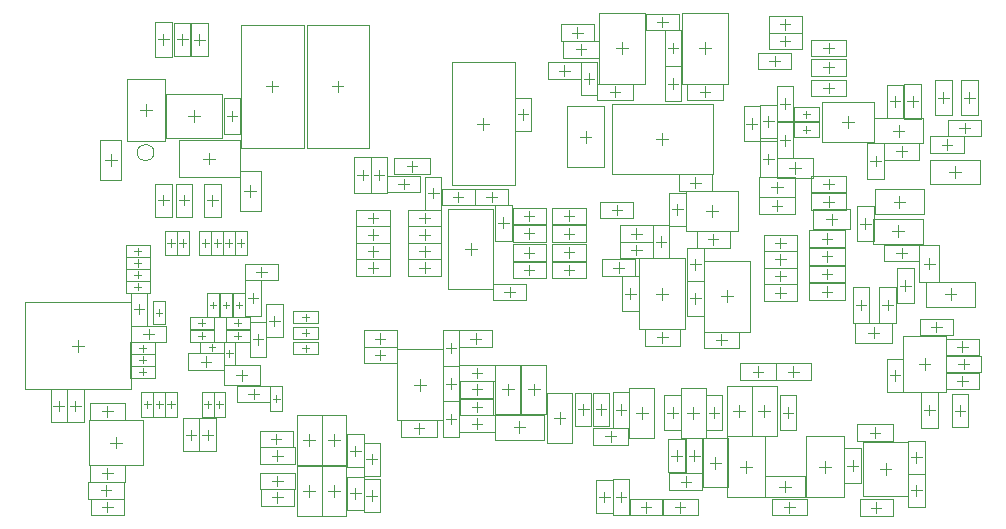
<source format=gbr>
%TF.GenerationSoftware,Altium Limited,Altium Designer,22.6.1 (34)*%
G04 Layer_Color=16711833*
%FSLAX45Y45*%
%MOMM*%
%TF.SameCoordinates,07F994AE-BB1C-4BEA-A643-928B9DFDCC76*%
%TF.FilePolarity,Positive*%
%TF.FileFunction,Other,Bottom_Courtyard*%
%TF.Part,Single*%
G01*
G75*
%TA.AperFunction,NonConductor*%
%ADD164C,0.10000*%
D164*
X1145711Y3165000D02*
G03*
X1145711Y3165000I-70711J0D01*
G01*
X3637474Y2690000D02*
X4017474D01*
X3827474Y2300000D02*
Y2400000D01*
X3777474Y2350000D02*
X3877474D01*
X4017474Y2010000D02*
Y2690000D01*
X3637474Y2010000D02*
Y2690000D01*
Y2010000D02*
X4017474D01*
X5805000Y1650000D02*
X6195000D01*
X5805000Y2250000D02*
X6195000D01*
Y1650000D02*
Y2250000D01*
X5805000Y1650000D02*
Y2250000D01*
X6000000Y1900000D02*
Y2000000D01*
X5950000Y1950000D02*
X6050000D01*
X7619998Y1375000D02*
X7719998D01*
X7489998Y1135000D02*
Y1615000D01*
X7849998Y1135000D02*
Y1615000D01*
X7489998D02*
X7849998D01*
X7489998Y1135000D02*
X7849998D01*
X7669998Y1325000D02*
Y1425000D01*
X595005Y899921D02*
X1055005D01*
Y519922D02*
Y899921D01*
X595005Y519922D02*
Y899921D01*
Y519922D02*
X1055005D01*
X775005Y709922D02*
X875005D01*
X825005Y659922D02*
Y759922D01*
X1485024Y3425000D02*
Y3525000D01*
X1435024Y3475000D02*
X1535024D01*
X1245024Y3665000D02*
X1725023D01*
X1245024Y3285000D02*
X1725023D01*
Y3665000D01*
X1245024Y3285000D02*
Y3665000D01*
X5650000Y2500000D02*
Y2840000D01*
X6090000Y2500000D02*
Y2840000D01*
X5650000Y2500000D02*
X6090000D01*
X5650000Y2840000D02*
X6090000D01*
X5820000Y2670000D02*
X5920000D01*
X5870000Y2620000D02*
Y2720000D01*
X6800000Y3595000D02*
X7240000D01*
X7020000Y3375000D02*
Y3475000D01*
X6970000Y3425000D02*
X7070000D01*
X7240000Y3255000D02*
Y3595000D01*
X6800000Y3255000D02*
Y3595000D01*
Y3255000D02*
X7240000D01*
X450000Y1530000D02*
X549999D01*
X500000Y1480000D02*
Y1580000D01*
X49999Y1160000D02*
X950000D01*
X49999D02*
Y1900000D01*
X950000D01*
Y1160000D02*
Y1900000D01*
X1910000Y2840000D02*
X2010000D01*
X1960000Y2790000D02*
Y2890000D01*
X2050000Y2670000D02*
Y3010000D01*
X1870000Y2670000D02*
Y3010000D01*
Y2670000D02*
X2050000D01*
X1870000Y3010000D02*
X2050000D01*
X3060000Y1405000D02*
Y1495000D01*
X3015000Y1450000D02*
X3105000D01*
X2920000Y1380000D02*
X3200000D01*
X2920000Y1520000D02*
X3200000D01*
X2920000Y1380000D02*
Y1520000D01*
X3200000Y1380000D02*
Y1520000D01*
X944999Y1360000D02*
Y1460000D01*
X1154999Y1360000D02*
Y1460000D01*
X944999Y1360000D02*
X1154999D01*
X944999Y1460000D02*
X1154999D01*
X1019999Y1410000D02*
X1079999D01*
X1049999Y1380000D02*
Y1440000D01*
X1890024Y1232419D02*
Y1327419D01*
X1842524Y1279919D02*
X1937524D01*
X1735024Y1364919D02*
X2045024D01*
X1735024Y1194919D02*
X2045024D01*
Y1364919D01*
X1735024Y1194919D02*
Y1364919D01*
X6772499Y3430000D02*
Y3550000D01*
X6562499Y3430000D02*
Y3550000D01*
X6772499D01*
X6562499Y3430000D02*
X6772499D01*
X6637499Y3490000D02*
X6697499D01*
X6667499Y3460000D02*
Y3520000D01*
X3670000Y2890000D02*
X4200000D01*
X3670000Y3930000D02*
X4200000D01*
Y2890000D02*
Y3930000D01*
X3670000Y2890000D02*
Y3930000D01*
X3930000Y3360000D02*
Y3460000D01*
X3880000Y3410000D02*
X3980000D01*
X4749999Y3300000D02*
X4849999D01*
X4799999Y3250000D02*
Y3350000D01*
X4959999Y3040000D02*
Y3560000D01*
X4639999Y3040000D02*
Y3560000D01*
Y3040000D02*
X4959999D01*
X4639999Y3560000D02*
X4959999D01*
X7639998Y834975D02*
Y1134975D01*
X7664998Y984975D02*
X7754998D01*
X7709998Y939975D02*
Y1029975D01*
X7779998Y834975D02*
Y1134975D01*
X7639998Y834975D02*
X7779998D01*
X7639998Y1134975D02*
X7779998D01*
X1694998Y1775000D02*
Y1975000D01*
X1644998Y1847500D02*
Y1902500D01*
X1617499Y1875000D02*
X1672499D01*
X1594999Y1775000D02*
X1694998D01*
X1594999Y1975000D02*
X1694998D01*
X1594999Y1775000D02*
Y1975000D01*
X5450000Y92500D02*
X5750000D01*
X5600000Y117500D02*
Y207500D01*
X5555000Y162500D02*
X5645000D01*
X5450000Y232500D02*
X5750000D01*
Y92500D02*
Y232500D01*
X5450000Y92500D02*
Y232500D01*
X5030000Y837500D02*
X5170000D01*
X5030000Y1137500D02*
X5170000D01*
X5030000Y837500D02*
Y1137500D01*
X5100000Y942500D02*
Y1032500D01*
X5055000Y987500D02*
X5145000D01*
X5170000Y837500D02*
Y1137500D01*
X5649999Y450000D02*
Y750000D01*
X5674999Y600000D02*
X5764999D01*
X5719999Y555000D02*
Y645000D01*
X5789999Y450000D02*
Y750000D01*
X5649999Y450000D02*
X5789999D01*
X5649999Y750000D02*
X5789999D01*
X5607524Y812500D02*
Y1112500D01*
X5492524Y962500D02*
X5582524D01*
X5537524Y917500D02*
Y1007500D01*
X5467524Y812500D02*
Y1112500D01*
X5607524D01*
X5467524Y812500D02*
X5607524D01*
X5817575D02*
Y1112500D01*
X5842576Y962500D02*
X5932575D01*
X5887575Y917500D02*
Y1007500D01*
X5957576Y812500D02*
Y1112500D01*
X5817575Y812500D02*
X5957576D01*
X5817575Y1112500D02*
X5957576D01*
X6410000Y1380000D02*
X6710000D01*
X6560000Y1265000D02*
Y1355000D01*
X6515000Y1310000D02*
X6605000D01*
X6410000Y1240000D02*
X6710000D01*
X6410000D02*
Y1380000D01*
X6710000Y1240000D02*
Y1380000D01*
X6109999Y1240000D02*
X6409999D01*
X6259999Y1265000D02*
Y1355000D01*
X6214999Y1310000D02*
X6304999D01*
X6109999Y1380000D02*
X6409999D01*
Y1240000D02*
Y1380000D01*
X6109999Y1240000D02*
Y1380000D01*
X6442499Y812500D02*
Y1112500D01*
X6467499Y962500D02*
X6557499D01*
X6512499Y917500D02*
Y1007500D01*
X6582499Y812500D02*
Y1112500D01*
X6442499Y812500D02*
X6582499D01*
X6442499Y1112500D02*
X6582499D01*
X6375000Y92500D02*
X6675000D01*
X6525000Y117500D02*
Y207500D01*
X6480000Y162500D02*
X6570000D01*
X6375000Y232500D02*
X6675000D01*
Y92500D02*
Y232500D01*
X6375000Y92500D02*
Y232500D01*
X6695000Y2507500D02*
X6995000D01*
X6845000Y2392500D02*
Y2482500D01*
X6800000Y2437500D02*
X6890000D01*
X6695000Y2367500D02*
X6995000D01*
X6695000D02*
Y2507500D01*
X6995000Y2367500D02*
Y2507500D01*
X6707499Y2820000D02*
X7007499D01*
X6857499Y2705000D02*
Y2795000D01*
X6812499Y2750000D02*
X6902499D01*
X6707499Y2680000D02*
X7007499D01*
X6707499D02*
Y2820000D01*
X7007499Y2680000D02*
Y2820000D01*
X6695000Y2207500D02*
X6995000D01*
X6845000Y2092500D02*
Y2182500D01*
X6800000Y2137500D02*
X6890000D01*
X6695000Y2067500D02*
X6995000D01*
X6695000D02*
Y2207500D01*
X6995000Y2067500D02*
Y2207500D01*
X7184974Y3244949D02*
X7324974D01*
X7184974Y2944949D02*
X7324974D01*
Y3244949D01*
X7254974Y3049949D02*
Y3139949D01*
X7209974Y3094949D02*
X7299974D01*
X7184974Y2944949D02*
Y3244949D01*
X6695000Y2357500D02*
X6995000D01*
X6845000Y2242500D02*
Y2332500D01*
X6800000Y2287500D02*
X6890000D01*
X6695000Y2217500D02*
X6995000D01*
X6695000D02*
Y2357500D01*
X6995000Y2217500D02*
Y2357500D01*
X7287499Y1725000D02*
Y2025000D01*
X7312499Y1875000D02*
X7402499D01*
X7357499Y1830000D02*
Y1920000D01*
X7427499Y1725000D02*
Y2025000D01*
X7287499Y1725000D02*
X7427499D01*
X7287499Y2025000D02*
X7427499D01*
X6707499Y2970000D02*
X7007499D01*
X6857499Y2855000D02*
Y2945000D01*
X6812499Y2900000D02*
X6902499D01*
X6707499Y2830000D02*
X7007499D01*
X6707499D02*
Y2970000D01*
X7007499Y2830000D02*
Y2970000D01*
X6695000Y2057500D02*
X6995000D01*
X6845000Y1942500D02*
Y2032500D01*
X6800000Y1987500D02*
X6890000D01*
X6695000Y1917500D02*
X6995000D01*
X6695000D02*
Y2057500D01*
X6995000Y1917500D02*
Y2057500D01*
X7979999Y3480000D02*
Y3780000D01*
X8004999Y3630000D02*
X8094999D01*
X8049999Y3585000D02*
Y3675000D01*
X8119999Y3480000D02*
Y3780000D01*
X7979999Y3480000D02*
X8119999D01*
X7979999Y3780000D02*
X8119999D01*
X7325000Y2384924D02*
X7624999D01*
X7475000Y2269924D02*
Y2359923D01*
X7430000Y2314923D02*
X7519999D01*
X7325000Y2244923D02*
X7624999D01*
X7325000D02*
Y2384924D01*
X7624999Y2244923D02*
Y2384924D01*
X7325000Y3244949D02*
X7624999D01*
X7475000Y3129949D02*
Y3219949D01*
X7430000Y3174949D02*
X7519999D01*
X7325000Y3104949D02*
X7624999D01*
X7325000D02*
Y3244949D01*
X7624999Y3104949D02*
Y3244949D01*
X6707499Y3817500D02*
X7007499D01*
X6857499Y3842500D02*
Y3932500D01*
X6812499Y3887500D02*
X6902499D01*
X6707499Y3957500D02*
X7007499D01*
Y3817500D02*
Y3957500D01*
X6707499Y3817500D02*
Y3957500D01*
X7760000Y3780000D02*
X7900000D01*
X7760000Y3480000D02*
X7900000D01*
Y3780000D01*
X7830000Y3585000D02*
Y3675000D01*
X7785000Y3630000D02*
X7875000D01*
X7760000Y3480000D02*
Y3780000D01*
X7100000Y2712500D02*
X7240000D01*
X7100000Y2412500D02*
X7240000D01*
Y2712500D01*
X7170000Y2517500D02*
Y2607500D01*
X7125000Y2562500D02*
X7215000D01*
X7100000Y2412500D02*
Y2712500D01*
X6707499Y3642500D02*
X7007499D01*
X6857499Y3667500D02*
Y3757500D01*
X6812499Y3712500D02*
X6902499D01*
X6707499Y3782500D02*
X7007499D01*
Y3642500D02*
Y3782500D01*
X6707499Y3642500D02*
Y3782500D01*
Y3980000D02*
X7007499D01*
X6857499Y4005000D02*
Y4095000D01*
X6812499Y4050000D02*
X6902499D01*
X6707499Y4120000D02*
X7007499D01*
Y3980000D02*
Y4120000D01*
X6707499Y3980000D02*
Y4120000D01*
X7639999Y3450000D02*
Y3750000D01*
X7524999Y3600000D02*
X7614999D01*
X7569999Y3555000D02*
Y3645000D01*
X7499999Y3450000D02*
Y3750000D01*
X7639999D01*
X7499999Y3450000D02*
X7639999D01*
X2439999Y3205000D02*
X2969999D01*
X2439999Y4245000D02*
X2969999D01*
Y3205000D02*
Y4245000D01*
X2439999Y3205000D02*
Y4245000D01*
X2699999Y3675000D02*
Y3775000D01*
X2650000Y3725000D02*
X2749999D01*
X1154998Y3975000D02*
Y4275000D01*
X1179999Y4125000D02*
X1269998D01*
X1224999Y4080000D02*
Y4170000D01*
X1294999Y3975000D02*
Y4275000D01*
X1154998Y3975000D02*
X1294999D01*
X1154998Y4275000D02*
X1294999D01*
X6775024Y505000D02*
X6875023D01*
X6825023Y455000D02*
Y555000D01*
X6665023Y245000D02*
Y765000D01*
X6985023Y245000D02*
Y765000D01*
X6665023D02*
X6985023D01*
X6665023Y245000D02*
X6985023D01*
X6990049Y365000D02*
Y665000D01*
X7015049Y515000D02*
X7105049D01*
X7060049Y470000D02*
Y560000D01*
X7130049Y365000D02*
Y665000D01*
X6990049Y365000D02*
X7130049D01*
X6990049Y665000D02*
X7130049D01*
X7099998Y865025D02*
X7399998D01*
X7249998Y750025D02*
Y840025D01*
X7204999Y795025D02*
X7294998D01*
X7099998Y725025D02*
X7399998D01*
X7099998D02*
Y865025D01*
X7399998Y725025D02*
Y865025D01*
X1885075Y3205000D02*
X2415075D01*
X1885075Y4245000D02*
X2415075D01*
Y3205000D02*
Y4245000D01*
X1885075Y3205000D02*
Y4245000D01*
X2145075Y3675000D02*
Y3775000D01*
X2095075Y3725000D02*
X2195075D01*
X1735049Y3325000D02*
Y3625000D01*
X1760049Y3475000D02*
X1850049D01*
X1805049Y3430000D02*
Y3520000D01*
X1875049Y3325000D02*
Y3625000D01*
X1735049Y3325000D02*
X1875049D01*
X1735049Y3625000D02*
X1875049D01*
X2039999Y315026D02*
X2339999D01*
X2189999Y340026D02*
Y430026D01*
X2144999Y385026D02*
X2234999D01*
X2039999Y455026D02*
X2339999D01*
Y315026D02*
Y455026D01*
X2039999Y315026D02*
Y455026D01*
Y530000D02*
X2339999D01*
X2189999Y555000D02*
Y645000D01*
X2144999Y600000D02*
X2234999D01*
X2039999Y670000D02*
X2339999D01*
Y530000D02*
Y670000D01*
X2039999Y530000D02*
Y670000D01*
X5030000Y100000D02*
X5170000D01*
X5030000Y400000D02*
X5170000D01*
X5030000Y100000D02*
Y400000D01*
X5100000Y205000D02*
Y295000D01*
X5055000Y250000D02*
X5145000D01*
X5170000Y100000D02*
Y400000D01*
X4862500Y692500D02*
X5162500D01*
X5012500Y717500D02*
Y807500D01*
X4967500Y762500D02*
X5057500D01*
X4862500Y832500D02*
X5162500D01*
Y692500D02*
Y832500D01*
X4862500Y692500D02*
Y832500D01*
X3240000Y760000D02*
X3540000D01*
X3390000Y785000D02*
Y875000D01*
X3345000Y830000D02*
X3435000D01*
X3240000Y900000D02*
X3540000D01*
Y760000D02*
Y900000D01*
X3240000Y760000D02*
Y900000D01*
X3589999Y1660000D02*
X3730000D01*
X3589999Y1360000D02*
X3730000D01*
Y1660000D01*
X3660000Y1465000D02*
Y1555000D01*
X3615000Y1510000D02*
X3704999D01*
X3589999Y1360000D02*
Y1660000D01*
Y1060000D02*
X3730000D01*
X3589999Y1360000D02*
X3730000D01*
X3589999Y1060000D02*
Y1360000D01*
X3660000Y1165000D02*
Y1255000D01*
X3615000Y1210000D02*
X3704999D01*
X3730000Y1060000D02*
Y1360000D01*
X3590000Y760000D02*
Y1060000D01*
X3615000Y910000D02*
X3705000D01*
X3660000Y865000D02*
Y955000D01*
X3730000Y760000D02*
Y1060000D01*
X3590000Y760000D02*
X3730000D01*
X3590000Y1060000D02*
X3730000D01*
X3730076Y1370000D02*
X4030076D01*
X3880076Y1255000D02*
Y1345000D01*
X3835076Y1300000D02*
X3925075D01*
X3730076Y1230000D02*
X4030076D01*
X3730076D02*
Y1370000D01*
X4030076Y1230000D02*
Y1370000D01*
X3730000Y940000D02*
X4030000D01*
X3880000Y825000D02*
Y915000D01*
X3835000Y870000D02*
X3925000D01*
X3730000Y800000D02*
X4030000D01*
X3730000D02*
Y940000D01*
X4030000Y800000D02*
Y940000D01*
X2982525Y2825052D02*
Y3125052D01*
X3007526Y2975052D02*
X3097525D01*
X3052526Y2930052D02*
Y3020052D01*
X3122526Y2825052D02*
Y3125052D01*
X2982525Y2825052D02*
X3122526D01*
X2982525Y3125052D02*
X3122526D01*
X2842500Y2825052D02*
X2982501D01*
X2842500Y3125052D02*
X2982501D01*
X2842500Y2825052D02*
Y3125052D01*
X2912500Y2930052D02*
Y3020052D01*
X2867500Y2975052D02*
X2957500D01*
X2982501Y2825052D02*
Y3125052D01*
X3480000Y2980000D02*
Y3120000D01*
X3180000Y2980000D02*
Y3120000D01*
Y2980000D02*
X3480000D01*
X3285000Y3050000D02*
X3375000D01*
X3330000Y3005000D02*
Y3095000D01*
X3180000Y3120000D02*
X3480000D01*
X7437500Y1887500D02*
X7577500D01*
X7437500Y2187500D02*
X7577500D01*
X7437500Y1887500D02*
Y2187500D01*
X7507500Y1992500D02*
Y2082500D01*
X7462500Y2037500D02*
X7552500D01*
X7577500Y1887500D02*
Y2187500D01*
X6270000Y2644975D02*
X6570000D01*
X6420000Y2669975D02*
Y2759975D01*
X6375000Y2714975D02*
X6465000D01*
X6270000Y2784975D02*
X6570000D01*
Y2644975D02*
Y2784975D01*
X6270000Y2644975D02*
Y2784975D01*
X7062500Y1725000D02*
X7202500D01*
X7062500Y2025000D02*
X7202500D01*
X7062500Y1725000D02*
Y2025000D01*
X7132500Y1830000D02*
Y1920000D01*
X7087500Y1875000D02*
X7177500D01*
X7202500Y1725000D02*
Y2025000D01*
X6277475Y2960000D02*
X6417475D01*
X6277475Y3260000D02*
X6417475D01*
X6277475Y2960000D02*
Y3260000D01*
X6347475Y3065000D02*
Y3155000D01*
X6302475Y3110000D02*
X6392475D01*
X6417475Y2960000D02*
Y3260000D01*
X1240000Y1710000D02*
Y1910000D01*
X1140000Y1710000D02*
X1240000D01*
X1140000Y1910000D02*
X1240000D01*
X1162500Y1810000D02*
X1217500D01*
X1190000Y1782500D02*
Y1837500D01*
X1140000Y1710000D02*
Y1910000D01*
X1735046Y1364944D02*
Y1564945D01*
X1785045Y1437445D02*
Y1492445D01*
X1757545Y1464944D02*
X1812545D01*
X1735046Y1564945D02*
X1835045D01*
X1735046Y1364944D02*
X1835045D01*
Y1564945D01*
X1534999Y1465000D02*
X1735000D01*
X1607499Y1515000D02*
X1662499D01*
X1635000Y1487500D02*
Y1542500D01*
X1534999Y1465000D02*
Y1565000D01*
X1735000Y1465000D02*
Y1565000D01*
X1534999D02*
X1735000D01*
X1434998Y1465000D02*
X1734998D01*
X1584998Y1350000D02*
Y1440000D01*
X1539998Y1395000D02*
X1629998D01*
X1434998Y1325000D02*
X1734998D01*
X1434998D02*
Y1465000D01*
X1734998Y1325000D02*
Y1465000D01*
X1755000Y1565000D02*
X1955000D01*
X1827500Y1615000D02*
X1882499D01*
X1855000Y1587500D02*
Y1642500D01*
X1755000Y1565000D02*
Y1665000D01*
X1955000Y1565000D02*
Y1665000D01*
X1755000D02*
X1955000D01*
X1755000Y1675000D02*
X1955000D01*
X1827500Y1725000D02*
X1882499D01*
X1855000Y1697500D02*
Y1752500D01*
X1755000Y1675000D02*
Y1775000D01*
X1955000Y1675000D02*
Y1775000D01*
X1755000D02*
X1955000D01*
X1955025Y1734975D02*
X2095025D01*
X1955025Y1434975D02*
X2095025D01*
Y1734975D01*
X2025025Y1539975D02*
Y1629975D01*
X1980025Y1584975D02*
X2070025D01*
X1955025Y1434975D02*
Y1734975D01*
X1914998Y1775000D02*
Y1975000D01*
X1864999Y1847500D02*
Y1902500D01*
X1837499Y1875000D02*
X1892499D01*
X1814999Y1775000D02*
X1914998D01*
X1814999Y1975000D02*
X1914998D01*
X1814999Y1775000D02*
Y1975000D01*
X1705000Y1775000D02*
Y1975000D01*
X1804999D01*
X1705000Y1775000D02*
X1804999D01*
X1727500Y1875000D02*
X1782500D01*
X1755000Y1847500D02*
Y1902500D01*
X1804999Y1775000D02*
Y1975000D01*
X1449999Y1665000D02*
X1649999D01*
X1522500Y1615000D02*
X1577500D01*
X1549999Y1587501D02*
Y1642500D01*
X1649999Y1565000D02*
Y1665000D01*
X1449999Y1565000D02*
Y1665000D01*
Y1565000D02*
X1649999D01*
X1449999Y1775000D02*
X1649999D01*
X1522500Y1725000D02*
X1577500D01*
X1549999Y1697500D02*
Y1752500D01*
X1649999Y1675000D02*
Y1775000D01*
X1449999Y1675000D02*
Y1775000D01*
Y1675000D02*
X1649999D01*
X1915024Y1785000D02*
Y2085000D01*
X1940024Y1935000D02*
X2030024D01*
X1985024Y1890000D02*
Y1980000D01*
X2055024Y1785000D02*
Y2085000D01*
X1915024Y1785000D02*
X2055024D01*
X1915024Y2085000D02*
X2055024D01*
X599999Y1045000D02*
X899999D01*
X749999Y930000D02*
Y1020000D01*
X704999Y975000D02*
X794999D01*
X599999Y905000D02*
X899999D01*
X599999D02*
Y1045000D01*
X899999Y905000D02*
Y1045000D01*
X949999Y1700000D02*
X1249999D01*
X1099999Y1585000D02*
Y1675000D01*
X1054999Y1630000D02*
X1144999D01*
X949999Y1560000D02*
X1249999D01*
X949999D02*
Y1700000D01*
X1249999Y1560000D02*
Y1700000D01*
X589999Y235000D02*
X889999D01*
X739999Y260000D02*
Y350000D01*
X694999Y305000D02*
X784999D01*
X589999Y375000D02*
X889999D01*
Y235000D02*
Y375000D01*
X589999Y235000D02*
Y375000D01*
X599999Y519897D02*
X899998D01*
X749998Y404897D02*
Y494896D01*
X704999Y449896D02*
X794998D01*
X599999Y379896D02*
X899998D01*
X599999D02*
Y519897D01*
X899998Y379896D02*
Y519897D01*
X4033125Y2720625D02*
X4173125D01*
X4033125Y2420625D02*
X4173125D01*
Y2720625D01*
X4103125Y2525625D02*
Y2615625D01*
X4058125Y2570625D02*
X4148125D01*
X4033125Y2420625D02*
Y2720625D01*
X5470000Y3600000D02*
X5610000D01*
X5470000Y3900000D02*
X5610000D01*
X5470000Y3600000D02*
Y3900000D01*
X5540000Y3705000D02*
Y3795000D01*
X5495000Y3750000D02*
X5585000D01*
X5610000Y3600000D02*
Y3900000D01*
X6137475Y3260000D02*
X6277475D01*
X6137475Y3560000D02*
X6277475D01*
X6137475Y3260000D02*
Y3560000D01*
X6207475Y3365000D02*
Y3455000D01*
X6162475Y3410000D02*
X6252475D01*
X6277475Y3260000D02*
Y3560000D01*
X6417500Y3430000D02*
X6557500D01*
X6417500Y3730000D02*
X6557500D01*
X6417500Y3430000D02*
Y3730000D01*
X6487500Y3535000D02*
Y3625000D01*
X6442500Y3580000D02*
X6532500D01*
X6557500Y3430000D02*
Y3730000D01*
X6417500Y3420000D02*
X6557500D01*
X6417500Y3120000D02*
X6557500D01*
Y3420000D01*
X6487500Y3225000D02*
Y3315000D01*
X6442500Y3270000D02*
X6532500D01*
X6417500Y3120000D02*
Y3420000D01*
X4900000Y3610000D02*
X5200000D01*
X5050000Y3635000D02*
Y3725000D01*
X5005000Y3680000D02*
X5095000D01*
X4900000Y3750000D02*
X5200000D01*
Y3610000D02*
Y3750000D01*
X4900000Y3610000D02*
Y3750000D01*
X5470000Y3900000D02*
Y4200000D01*
X5495000Y4050000D02*
X5585000D01*
X5540000Y4005000D02*
Y4095000D01*
X5610000Y3900000D02*
Y4200000D01*
X5470000Y3900000D02*
X5610000D01*
X5470000Y4200000D02*
X5610000D01*
X4609999Y4110000D02*
X4909999D01*
X4759999Y3995000D02*
Y4085000D01*
X4714999Y4040000D02*
X4804999D01*
X4609999Y3970000D02*
X4909999D01*
X4609999D02*
Y4110000D01*
X4909999Y3970000D02*
Y4110000D01*
X5660000Y3610000D02*
X5960000D01*
X5810000Y3635000D02*
Y3725000D01*
X5765000Y3680000D02*
X5855000D01*
X5660000Y3750000D02*
X5960000D01*
Y3610000D02*
Y3750000D01*
X5660000Y3610000D02*
Y3750000D01*
X5800000Y1510000D02*
X6100000D01*
X5950000Y1535000D02*
Y1625000D01*
X5905000Y1580000D02*
X5995000D01*
X5800000Y1650000D02*
X6100000D01*
Y1510000D02*
Y1650000D01*
X5800000Y1510000D02*
Y1650000D01*
X5300000Y1530000D02*
Y1670000D01*
X5600000Y1530000D02*
Y1670000D01*
X5300000D02*
X5600000D01*
X5405000Y1600000D02*
X5495000D01*
X5450000Y1555000D02*
Y1645000D01*
X5300000Y1530000D02*
X5600000D01*
X5110000Y1820000D02*
Y2120000D01*
X5135000Y1970000D02*
X5225000D01*
X5180000Y1925000D02*
Y2015000D01*
X5250000Y1820000D02*
Y2120000D01*
X5110000Y1820000D02*
X5250000D01*
X5110000Y2120000D02*
X5250000D01*
X5660000Y1780000D02*
Y2080000D01*
X5685000Y1930000D02*
X5775000D01*
X5730000Y1885000D02*
Y1975000D01*
X5800000Y1780000D02*
Y2080000D01*
X5660000Y1780000D02*
X5800000D01*
X5660000Y2080000D02*
X5800000D01*
X7850023Y1445759D02*
X8150023D01*
X8000023Y1330759D02*
Y1420759D01*
X7955023Y1375759D02*
X8045023D01*
X7850023Y1305759D02*
X8150023D01*
X7850023D02*
Y1445759D01*
X8150023Y1305759D02*
Y1445759D01*
X5225026Y962500D02*
X5325025D01*
X5275026Y912500D02*
Y1012500D01*
X5380026Y752500D02*
Y1172500D01*
X5170025Y752500D02*
Y1172500D01*
Y752500D02*
X5380026D01*
X5170025Y1172500D02*
X5380026D01*
X5794999Y330000D02*
X6004999D01*
X5794999Y750000D02*
X6004999D01*
Y330000D02*
Y750000D01*
X5794999Y330000D02*
Y750000D01*
X5899999Y490000D02*
Y590000D01*
X5849999Y540000D02*
X5949999D01*
X5607550Y1172500D02*
X5817550D01*
X5607550Y752500D02*
X5817550D01*
X5607550D02*
Y1172500D01*
X5817550Y752500D02*
Y1172500D01*
X5712550Y912500D02*
Y1012500D01*
X5662550Y962500D02*
X5762550D01*
X5994999Y1185000D02*
X6204999D01*
X5994999Y765000D02*
X6204999D01*
X5994999D02*
Y1185000D01*
X6204999Y765000D02*
Y1185000D01*
X6099999Y925000D02*
Y1025000D01*
X6049999Y975000D02*
X6149999D01*
X6207499Y1185000D02*
X6417499D01*
X6207499Y765000D02*
X6417499D01*
X6207499D02*
Y1185000D01*
X6417499Y765000D02*
Y1185000D01*
X6312499Y925000D02*
Y1025000D01*
X6262499Y975000D02*
X6362499D01*
X7719999Y2895000D02*
Y3105000D01*
X8139999Y2895000D02*
Y3105000D01*
X7719999Y2895000D02*
X8139999D01*
X7719999Y3105000D02*
X8139999D01*
X7879999Y3000000D02*
X7979999D01*
X7929999Y2950000D02*
Y3050000D01*
X7679999Y1859974D02*
Y2069974D01*
X8100000Y1859974D02*
Y2069974D01*
X7679999Y1859974D02*
X8100000D01*
X7679999Y2069974D02*
X8100000D01*
X7840000Y1964974D02*
X7939999D01*
X7889999Y1914974D02*
Y2014974D01*
X7655000Y2395000D02*
Y2605000D01*
X7235000Y2395000D02*
Y2605000D01*
X7655000D01*
X7235000Y2395000D02*
X7655000D01*
X7395000Y2500000D02*
X7495000D01*
X7445000Y2450000D02*
Y2550000D01*
X7660000Y3244975D02*
Y3454975D01*
X7239999Y3244975D02*
Y3454975D01*
X7660000D01*
X7239999Y3244975D02*
X7660000D01*
X7400000Y3349975D02*
X7499999D01*
X7450000Y3299975D02*
Y3399975D01*
X7667499Y2645000D02*
Y2855000D01*
X7247499Y2645000D02*
Y2855000D01*
X7667499D01*
X7247499Y2645000D02*
X7667499D01*
X7407499Y2750000D02*
X7507499D01*
X7457499Y2700000D02*
Y2800000D01*
X2410000Y300000D02*
X2510000D01*
X2460000Y250000D02*
Y350000D01*
X2565000Y90000D02*
Y510000D01*
X2355000Y90000D02*
Y510000D01*
Y90000D02*
X2565000D01*
X2355000Y510000D02*
X2565000D01*
X2620000Y300000D02*
X2720000D01*
X2670000Y250000D02*
Y350000D01*
X2565000Y90000D02*
Y510000D01*
X2775000Y90000D02*
Y510000D01*
X2565000D02*
X2775000D01*
X2565000Y90000D02*
X2775000D01*
X2410000Y730000D02*
X2510000D01*
X2460000Y680000D02*
Y780000D01*
X2355000Y520000D02*
Y940000D01*
X2565000Y520000D02*
Y940000D01*
X2355000D02*
X2565000D01*
X2355000Y520000D02*
X2565000D01*
X2620000Y730000D02*
X2720000D01*
X2670000Y680000D02*
Y780000D01*
X2775000Y520000D02*
Y940000D01*
X2565000Y520000D02*
Y940000D01*
Y520000D02*
X2775000D01*
X2565000Y940000D02*
X2775000D01*
X4254999Y950000D02*
X4464999D01*
X4254999Y1370000D02*
X4464999D01*
Y950000D02*
Y1370000D01*
X4254999Y950000D02*
Y1370000D01*
X4359999Y1110000D02*
Y1210000D01*
X4309999Y1160000D02*
X4409999D01*
X4529999Y920000D02*
X4629999D01*
X4579999Y870000D02*
Y970000D01*
X4684999Y710000D02*
Y1130000D01*
X4474999Y710000D02*
Y1130000D01*
Y710000D02*
X4684999D01*
X4474999Y1130000D02*
X4684999D01*
X4090000Y1160000D02*
X4190000D01*
X4140000Y1110000D02*
Y1210000D01*
X4245000Y950000D02*
Y1370000D01*
X4035000Y950000D02*
Y1370000D01*
Y950000D02*
X4245000D01*
X4035000Y1370000D02*
X4245000D01*
X4030076Y735000D02*
Y945000D01*
X4450076Y735000D02*
Y945000D01*
X4030076Y735000D02*
X4450076D01*
X4030076Y945000D02*
X4450076D01*
X4190076Y840000D02*
X4290076D01*
X4240076Y790000D02*
Y890000D01*
X7239999Y1592475D02*
Y1687474D01*
X7192499Y1639974D02*
X7287499D01*
X7084999Y1724974D02*
X7394999D01*
X7084999Y1554975D02*
X7394999D01*
Y1724974D01*
X7084999Y1554975D02*
Y1724974D01*
X6420000Y2822500D02*
Y2917500D01*
X6372500Y2870000D02*
X6467500D01*
X6265000Y2785000D02*
X6575000D01*
X6265000Y2955000D02*
X6575000D01*
X6265000Y2785000D02*
Y2955000D01*
X6575000Y2785000D02*
Y2955000D01*
X7625024Y2070000D02*
X7795024D01*
X7625024Y2380000D02*
X7795024D01*
Y2070000D02*
Y2380000D01*
X7625024Y2070000D02*
Y2380000D01*
X7710024Y2177500D02*
Y2272500D01*
X7662524Y2225000D02*
X7757524D01*
X6772499Y3300000D02*
Y3420000D01*
X6562499Y3300000D02*
Y3420000D01*
X6772499D01*
X6562499Y3300000D02*
X6772499D01*
X6637499Y3360000D02*
X6697499D01*
X6667499Y3330000D02*
Y3390000D01*
X6882500Y2552500D02*
Y2647500D01*
X6835000Y2600000D02*
X6930000D01*
X6727500Y2685000D02*
X7037500D01*
X6727500Y2515000D02*
X7037500D01*
Y2685000D01*
X6727500Y2515000D02*
Y2685000D01*
X6572500Y2987475D02*
Y3082475D01*
X6525000Y3034975D02*
X6620000D01*
X6417500Y3119975D02*
X6727500D01*
X6417500Y2949975D02*
X6727500D01*
Y3119975D01*
X6417500Y2949975D02*
Y3119975D01*
X6449999Y1934923D02*
Y2024923D01*
X6404999Y1979923D02*
X6494999D01*
X6309999Y1909923D02*
X6589999D01*
X6309999Y2049923D02*
X6589999D01*
X6309999Y1909923D02*
Y2049923D01*
X6589999Y1909923D02*
Y2049923D01*
X6449999Y2074949D02*
Y2164949D01*
X6404999Y2119949D02*
X6494999D01*
X6309999Y2049949D02*
X6589999D01*
X6309999Y2189949D02*
X6589999D01*
X6309999Y2049949D02*
Y2189949D01*
X6589999Y2049949D02*
Y2189949D01*
X6449999Y2214974D02*
Y2304974D01*
X6404999Y2259974D02*
X6494999D01*
X6309999Y2189974D02*
X6589999D01*
X6309999Y2329975D02*
X6589999D01*
X6309999Y2189974D02*
Y2329975D01*
X6589999Y2189974D02*
Y2329975D01*
X6449999Y2355000D02*
Y2445000D01*
X6404999Y2400000D02*
X6494999D01*
X6309999Y2330000D02*
X6589999D01*
X6309999Y2470000D02*
X6589999D01*
X6309999Y2330000D02*
Y2470000D01*
X6589999Y2330000D02*
Y2470000D01*
X6489999Y4065000D02*
Y4155000D01*
X6444999Y4110000D02*
X6534999D01*
X6349999Y4180000D02*
X6629999D01*
X6349999Y4040000D02*
X6629999D01*
Y4180000D01*
X6349999Y4040000D02*
Y4180000D01*
X6489999Y4205000D02*
Y4295000D01*
X6444999Y4250000D02*
X6534999D01*
X6349999Y4320000D02*
X6629999D01*
X6349999Y4180000D02*
X6629999D01*
Y4320000D01*
X6349999Y4180000D02*
Y4320000D01*
X6400000Y3895000D02*
Y3985000D01*
X6355000Y3940000D02*
X6445000D01*
X6260000Y3870000D02*
X6540000D01*
X6260000Y4010000D02*
X6540000D01*
X6260000Y3870000D02*
Y4010000D01*
X6540000Y3870000D02*
Y4010000D01*
X7350000Y3740000D02*
X7490000D01*
X7350000Y3460000D02*
X7490000D01*
X7350000D02*
Y3740000D01*
X7490000Y3460000D02*
Y3740000D01*
X7420000Y3555000D02*
Y3645000D01*
X7375000Y3600000D02*
X7465000D01*
X1340024Y4125000D02*
X1430024D01*
X1385024Y4080000D02*
Y4170000D01*
X1315024Y3985000D02*
Y4265000D01*
X1455024Y3985000D02*
Y4265000D01*
X1315024D02*
X1455024D01*
X1315024Y3985000D02*
X1455024D01*
X1485000Y4120000D02*
X1575000D01*
X1530000Y4075000D02*
Y4165000D01*
X1600000Y3980000D02*
Y4260000D01*
X1460000Y3980000D02*
Y4260000D01*
Y3980000D02*
X1600000D01*
X1460000Y4260000D02*
X1600000D01*
X7530025Y165000D02*
X7670025D01*
X7530025Y445000D02*
X7670025D01*
Y165000D02*
Y445000D01*
X7530025Y165000D02*
Y445000D01*
X7600025Y260000D02*
Y350000D01*
X7555025Y305000D02*
X7645025D01*
X7530025Y725025D02*
X7670025D01*
X7530025Y445026D02*
X7670025D01*
X7530025D02*
Y725025D01*
X7670025Y445026D02*
Y725025D01*
X7600025Y540026D02*
Y630026D01*
X7555025Y585025D02*
X7645025D01*
X6487499Y287500D02*
Y387500D01*
X6437499Y337500D02*
X6537499D01*
X6317499Y247500D02*
X6657499D01*
X6317499Y427500D02*
X6657499D01*
X6317499Y247500D02*
Y427500D01*
X6657499Y247500D02*
Y427500D01*
X7259999Y115000D02*
Y205000D01*
X7214999Y160000D02*
X7304999D01*
X7119999Y230000D02*
X7399999D01*
X7119999Y90000D02*
X7399999D01*
Y230000D01*
X7119999Y90000D02*
Y230000D01*
X730000Y3100000D02*
X830000D01*
X780000Y3050000D02*
Y3150000D01*
X690000Y2930000D02*
Y3270000D01*
X870000Y2930000D02*
Y3270000D01*
X690000D02*
X870000D01*
X690000Y2930000D02*
X870000D01*
X2920000Y120000D02*
X3060000D01*
X2920000Y400000D02*
X3060000D01*
Y120000D02*
Y400000D01*
X2920000Y120000D02*
Y400000D01*
X2990000Y215000D02*
Y305000D01*
X2945000Y260000D02*
X3035000D01*
X2189999Y200000D02*
Y290000D01*
X2144999Y245000D02*
X2234999D01*
X2049999Y175000D02*
X2329999D01*
X2049999Y315000D02*
X2329999D01*
X2049999Y175000D02*
Y315000D01*
X2329999Y175000D02*
Y315000D01*
X2780000Y420000D02*
X2920000D01*
X2780000Y140000D02*
X2920000D01*
X2780000D02*
Y420000D01*
X2920000Y140000D02*
Y420000D01*
X2850000Y235000D02*
Y325000D01*
X2805000Y280000D02*
X2895000D01*
X2944999Y570000D02*
X3034999D01*
X2989999Y525000D02*
Y615000D01*
X3059999Y430000D02*
Y710000D01*
X2919999Y430000D02*
Y710000D01*
Y430000D02*
X3059999D01*
X2919999Y710000D02*
X3059999D01*
X2179999Y695000D02*
Y785000D01*
X2134999Y740000D02*
X2224999D01*
X2039999Y670000D02*
X2319999D01*
X2039999Y810000D02*
X2319999D01*
X2039999Y670000D02*
Y810000D01*
X2319999Y670000D02*
Y810000D01*
X2780000Y500000D02*
X2920000D01*
X2780000Y780000D02*
X2920000D01*
Y500000D02*
Y780000D01*
X2780000Y500000D02*
Y780000D01*
X2850000Y595000D02*
Y685000D01*
X2805000Y640000D02*
X2895000D01*
X4889974Y110000D02*
X5029974D01*
X4889974Y390000D02*
X5029974D01*
Y110000D02*
Y390000D01*
X4889974Y110000D02*
Y390000D01*
X4959974Y205000D02*
Y295000D01*
X4914974Y250000D02*
X5004974D01*
X4710000Y850000D02*
X4850000D01*
X4710000Y1130000D02*
X4850000D01*
Y850000D02*
Y1130000D01*
X4710000Y850000D02*
Y1130000D01*
X4780000Y945000D02*
Y1035000D01*
X4735000Y990000D02*
X4825000D01*
X5312500Y117500D02*
Y207500D01*
X5267500Y162500D02*
X5357500D01*
X5172500Y92500D02*
X5452500D01*
X5172500Y232500D02*
X5452500D01*
X5172500Y92500D02*
Y232500D01*
X5452500Y92500D02*
Y232500D01*
X4884999Y990000D02*
X4974999D01*
X4929999Y945000D02*
Y1035000D01*
X4999999Y850000D02*
Y1130000D01*
X4859999Y850000D02*
Y1130000D01*
Y850000D02*
X4999999D01*
X4859999Y1130000D02*
X4999999D01*
X3059999Y1545000D02*
Y1635000D01*
X3014999Y1590000D02*
X3104999D01*
X2919999Y1660000D02*
X3199999D01*
X2919999Y1520000D02*
X3199999D01*
Y1660000D01*
X2919999Y1520000D02*
Y1660000D01*
X3869999Y1545000D02*
Y1635000D01*
X3824999Y1590000D02*
X3915000D01*
X3729999Y1520000D02*
X4009999D01*
X3729999Y1660000D02*
X4009999D01*
X3729999Y1520000D02*
Y1660000D01*
X4009999Y1520000D02*
Y1660000D01*
X3879999Y965000D02*
Y1055000D01*
X3834999Y1010000D02*
X3924999D01*
X3739999Y1080000D02*
X4019999D01*
X3739999Y940000D02*
X4019999D01*
Y1080000D01*
X3739999Y940000D02*
Y1080000D01*
X5650000Y335000D02*
Y425000D01*
X5605000Y380000D02*
X5695000D01*
X5510000Y450000D02*
X5790000D01*
X5510000Y310000D02*
X5790000D01*
Y450000D01*
X5510000Y310000D02*
Y450000D01*
X3880000Y1114974D02*
Y1204974D01*
X3834999Y1159974D02*
X3925000D01*
X3740000Y1229974D02*
X4020000D01*
X3740000Y1089974D02*
X4020000D01*
Y1229974D01*
X3740000Y1089974D02*
Y1229974D01*
X7860000Y3187314D02*
Y3277314D01*
X7815000Y3232314D02*
X7905000D01*
X7720000Y3162314D02*
X7999999D01*
X7720000Y3302314D02*
X7999999D01*
X7720000Y3162314D02*
Y3302314D01*
X7999999Y3162314D02*
Y3302314D01*
X8009998Y3327340D02*
Y3417340D01*
X7964999Y3372340D02*
X8054999D01*
X7869998Y3302340D02*
X8149998D01*
X7869998Y3442340D02*
X8149998D01*
X7869998Y3302340D02*
Y3442340D01*
X8149998Y3302340D02*
Y3442340D01*
X5500000Y740000D02*
X5640000D01*
X5500000Y460000D02*
X5640000D01*
X5500000D02*
Y740000D01*
X5640000Y460000D02*
Y740000D01*
X5570000Y555000D02*
Y645000D01*
X5525000Y600000D02*
X5615000D01*
X4660000Y2125000D02*
Y2215000D01*
X4615000Y2170000D02*
X4705000D01*
X4520000Y2100000D02*
X4800000D01*
X4520000Y2240000D02*
X4800000D01*
X4520000Y2100000D02*
Y2240000D01*
X4800000Y2100000D02*
Y2240000D01*
X4660000Y2435000D02*
Y2525000D01*
X4615000Y2480000D02*
X4705000D01*
X4520000Y2410000D02*
X4800000D01*
X4520000Y2550000D02*
X4800000D01*
X4520000Y2410000D02*
Y2550000D01*
X4800000Y2410000D02*
Y2550000D01*
X3000000Y2565000D02*
Y2655000D01*
X2955000Y2610000D02*
X3045000D01*
X2860000Y2680000D02*
X3140000D01*
X2860000Y2540000D02*
X3140000D01*
Y2680000D01*
X2860000Y2540000D02*
Y2680000D01*
X3000000Y2285000D02*
Y2375000D01*
X2955000Y2330000D02*
X3045000D01*
X2860000Y2400000D02*
X3140000D01*
X2860000Y2260000D02*
X3140000D01*
Y2400000D01*
X2860000Y2260000D02*
Y2400000D01*
X4322500Y2127500D02*
Y2217500D01*
X4277500Y2172500D02*
X4367500D01*
X4182500Y2242500D02*
X4462500D01*
X4182500Y2102500D02*
X4462500D01*
Y2242500D01*
X4182500Y2102500D02*
Y2242500D01*
X4322500Y2436250D02*
Y2526250D01*
X4277500Y2481250D02*
X4367500D01*
X4182500Y2551250D02*
X4462500D01*
X4182500Y2411250D02*
X4462500D01*
Y2551250D01*
X4182500Y2411250D02*
Y2551250D01*
X3437500Y2565000D02*
Y2655000D01*
X3392500Y2610000D02*
X3482500D01*
X3297500Y2540000D02*
X3577500D01*
X3297500Y2680000D02*
X3577500D01*
X3297500Y2540000D02*
Y2680000D01*
X3577500Y2540000D02*
Y2680000D01*
X3437500Y2285000D02*
Y2375000D01*
X3392500Y2330000D02*
X3482500D01*
X3297500Y2260000D02*
X3577500D01*
X3297500Y2400000D02*
X3577500D01*
X3297500Y2260000D02*
Y2400000D01*
X3577500Y2260000D02*
Y2400000D01*
X4660000Y2275000D02*
Y2365000D01*
X4615000Y2320000D02*
X4705000D01*
X4520000Y2250000D02*
X4800000D01*
X4520000Y2390000D02*
X4800000D01*
X4520000Y2250000D02*
Y2390000D01*
X4800000Y2250000D02*
Y2390000D01*
X4660000Y2585000D02*
Y2675000D01*
X4615000Y2630000D02*
X4705000D01*
X4520000Y2560000D02*
X4800000D01*
X4520000Y2700000D02*
X4800000D01*
X4520000Y2560000D02*
Y2700000D01*
X4800000Y2560000D02*
Y2700000D01*
X3000000Y2425000D02*
Y2515000D01*
X2955000Y2470000D02*
X3045000D01*
X2860000Y2540000D02*
X3140000D01*
X2860000Y2400000D02*
X3140000D01*
Y2540000D01*
X2860000Y2400000D02*
Y2540000D01*
X3000000Y2145000D02*
Y2235000D01*
X2955000Y2190000D02*
X3045000D01*
X2860000Y2260000D02*
X3140000D01*
X2860000Y2120000D02*
X3140000D01*
Y2260000D01*
X2860000Y2120000D02*
Y2260000D01*
X4322500Y2273750D02*
Y2363750D01*
X4277500Y2318750D02*
X4367500D01*
X4182500Y2388750D02*
X4462500D01*
X4182500Y2248750D02*
X4462500D01*
Y2388750D01*
X4182500Y2248750D02*
Y2388750D01*
X4322500Y2582500D02*
Y2672500D01*
X4277500Y2627500D02*
X4367500D01*
X4182500Y2697500D02*
X4462500D01*
X4182500Y2557500D02*
X4462500D01*
Y2697500D01*
X4182500Y2557500D02*
Y2697500D01*
X3437500Y2425000D02*
Y2515000D01*
X3392500Y2470000D02*
X3482500D01*
X3297500Y2400000D02*
X3577500D01*
X3297500Y2540000D02*
X3577500D01*
X3297500Y2400000D02*
Y2540000D01*
X3577500Y2400000D02*
Y2540000D01*
X3437499Y2145000D02*
Y2235000D01*
X3392499Y2190000D02*
X3482500D01*
X3297499Y2120000D02*
X3577499D01*
X3297499Y2260000D02*
X3577499D01*
X3297499Y2120000D02*
Y2260000D01*
X3577499Y2120000D02*
Y2260000D01*
X3260000Y2855000D02*
Y2945000D01*
X3214999Y2900000D02*
X3304999D01*
X3120000Y2970000D02*
X3400000D01*
X3120000Y2830000D02*
X3400000D01*
Y2970000D01*
X3120000Y2830000D02*
Y2970000D01*
X1595000Y2760000D02*
X1685000D01*
X1640000Y2715000D02*
Y2805000D01*
X1570000Y2620000D02*
Y2900000D01*
X1710000Y2620000D02*
Y2900000D01*
X1570000D02*
X1710000D01*
X1570000Y2620000D02*
X1710000D01*
X5880000Y2385000D02*
Y2475000D01*
X5835000Y2430000D02*
X5925000D01*
X5740000Y2500000D02*
X6020000D01*
X5740000Y2360000D02*
X6020000D01*
Y2500000D01*
X5740000Y2360000D02*
Y2500000D01*
X5507473Y2824999D02*
X5647473D01*
X5507473Y2544999D02*
X5647473D01*
X5507473D02*
Y2824999D01*
X5647473Y2544999D02*
Y2824999D01*
X5577473Y2640000D02*
Y2730000D01*
X5532473Y2684999D02*
X5622473D01*
X1239999Y930000D02*
X1339998D01*
X1239999Y1140000D02*
X1339998D01*
Y930000D02*
Y1140000D01*
X1239999Y930000D02*
Y1140000D01*
X1289998Y1005000D02*
Y1065000D01*
X1259998Y1035000D02*
X1319998D01*
X1059974D02*
X1119974D01*
X1089974Y1005000D02*
Y1065000D01*
X1039974Y930000D02*
Y1140000D01*
X1139974Y930000D02*
Y1140000D01*
X1039974D02*
X1139974D01*
X1039974Y930000D02*
X1139974D01*
X1155000Y2622500D02*
X1295000D01*
X1155000Y2902500D02*
X1295000D01*
Y2622500D02*
Y2902500D01*
X1155000Y2622500D02*
Y2902500D01*
X1225000Y2717500D02*
Y2807500D01*
X1180000Y2762500D02*
X1270000D01*
X1354999D02*
X1444999D01*
X1399999Y2717500D02*
Y2807500D01*
X1329999Y2622500D02*
Y2902500D01*
X1469999Y2622500D02*
Y2902500D01*
X1329999D02*
X1469999D01*
X1329999Y2622500D02*
X1469999D01*
X1114999Y2280000D02*
Y2380000D01*
X904999Y2280000D02*
Y2380000D01*
X1114999D01*
X904999Y2280000D02*
X1114999D01*
X979999Y2330000D02*
X1039999D01*
X1009999Y2300000D02*
Y2360000D01*
X2325000Y1720000D02*
Y1820000D01*
X2535000Y1720000D02*
Y1820000D01*
X2325000Y1720000D02*
X2535000D01*
X2325000Y1820000D02*
X2535000D01*
X2400000Y1770000D02*
X2460000D01*
X2430000Y1740000D02*
Y1800000D01*
X1550050Y2400000D02*
X1610050D01*
X1580050Y2370000D02*
Y2430000D01*
X1630050Y2295000D02*
Y2505000D01*
X1530050Y2295000D02*
Y2505000D01*
Y2295000D02*
X1630050D01*
X1530050Y2505000D02*
X1630050D01*
X1340024Y2295000D02*
X1440024D01*
X1340024Y2505000D02*
X1440024D01*
Y2295000D02*
Y2505000D01*
X1340024Y2295000D02*
Y2505000D01*
X1390024Y2370000D02*
Y2430000D01*
X1360024Y2400000D02*
X1420024D01*
X1239999Y2295000D02*
X1339998D01*
X1239999Y2505000D02*
X1339998D01*
Y2295000D02*
Y2505000D01*
X1239999Y2295000D02*
Y2505000D01*
X1289998Y2370000D02*
Y2430000D01*
X1259998Y2400000D02*
X1319998D01*
X904999Y2180000D02*
Y2280000D01*
X1114999Y2180000D02*
Y2280000D01*
X904999Y2180000D02*
X1114999D01*
X904999Y2280000D02*
X1114999D01*
X979999Y2230000D02*
X1039999D01*
X1009999Y2200000D02*
Y2260000D01*
X904999Y2080000D02*
Y2180000D01*
X1114999Y2080000D02*
Y2180000D01*
X904999Y2080000D02*
X1114999D01*
X904999Y2180000D02*
X1114999D01*
X979999Y2130000D02*
X1039999D01*
X1009999Y2100000D02*
Y2160000D01*
X944999Y1260000D02*
Y1360000D01*
X1154999Y1260000D02*
Y1360000D01*
X944999Y1260000D02*
X1154999D01*
X944999Y1360000D02*
X1154999D01*
X1019999Y1310000D02*
X1079999D01*
X1049999Y1280000D02*
Y1340000D01*
X1670025Y1035000D02*
X1730025D01*
X1700025Y1005000D02*
Y1065000D01*
X1650025Y930000D02*
Y1140000D01*
X1750025Y930000D02*
Y1140000D01*
X1650025D02*
X1750025D01*
X1650025Y930000D02*
X1750025D01*
X1570000Y1035000D02*
X1630000D01*
X1600000Y1005000D02*
Y1065000D01*
X1649999Y930000D02*
Y1140000D01*
X1550000Y930000D02*
Y1140000D01*
Y930000D02*
X1649999D01*
X1550000Y1140000D02*
X1649999D01*
X2150000Y1080000D02*
X2210000D01*
X2180000Y1050000D02*
Y1110000D01*
X2230000Y975000D02*
Y1185000D01*
X2130000Y975000D02*
Y1185000D01*
Y975000D02*
X2230000D01*
X2130000Y1185000D02*
X2230000D01*
X2535000Y1460000D02*
Y1560000D01*
X2325000Y1460000D02*
Y1560000D01*
X2535000D01*
X2325000Y1460000D02*
X2535000D01*
X2400000Y1510000D02*
X2460000D01*
X2430000Y1480000D02*
Y1540000D01*
X2535000Y1590000D02*
Y1690000D01*
X2325000Y1590000D02*
Y1690000D01*
X2535000D01*
X2325000Y1590000D02*
X2535000D01*
X2400000Y1640000D02*
X2460000D01*
X2430000Y1610000D02*
Y1670000D01*
X1850126Y2400000D02*
X1910125D01*
X1880126Y2370000D02*
Y2430000D01*
X1830126Y2295000D02*
Y2505000D01*
X1930125Y2295000D02*
Y2505000D01*
X1830126D02*
X1930125D01*
X1830126Y2295000D02*
X1930125D01*
X1650075Y2400000D02*
X1710075D01*
X1680075Y2370000D02*
Y2430000D01*
X1730075Y2295000D02*
Y2505000D01*
X1630075Y2295000D02*
Y2505000D01*
Y2295000D02*
X1730075D01*
X1630075Y2505000D02*
X1730075D01*
X1750100Y2400000D02*
X1810100D01*
X1780100Y2370000D02*
Y2430000D01*
X1730100Y2295000D02*
Y2505000D01*
X1830100Y2295000D02*
Y2505000D01*
X1730100D02*
X1830100D01*
X1730100Y2295000D02*
X1830100D01*
X1114999Y1980000D02*
Y2080000D01*
X904999Y1980000D02*
Y2080000D01*
X1114999D01*
X904999Y1980000D02*
X1114999D01*
X979999Y2030000D02*
X1039999D01*
X1009999Y2000000D02*
Y2060000D01*
X1159999Y1035000D02*
X1219999D01*
X1189999Y1005000D02*
Y1065000D01*
X1239999Y930000D02*
Y1140000D01*
X1139999Y930000D02*
Y1140000D01*
Y930000D02*
X1239999D01*
X1139999Y1140000D02*
X1239999D01*
X1554999Y775000D02*
X1644999D01*
X1599999Y730000D02*
Y820000D01*
X1669999Y635000D02*
Y915000D01*
X1529998Y635000D02*
Y915000D01*
Y635000D02*
X1669999D01*
X1529998Y915000D02*
X1669999D01*
X1414973Y775000D02*
X1504973D01*
X1459973Y730000D02*
Y820000D01*
X1389973Y635000D02*
Y915000D01*
X1529973Y635000D02*
Y915000D01*
X1389973D02*
X1529973D01*
X1389973Y635000D02*
X1529973D01*
X2095051Y1600000D02*
X2235051D01*
X2095051Y1880000D02*
X2235051D01*
Y1600000D02*
Y1880000D01*
X2095051Y1600000D02*
Y1880000D01*
X2165051Y1695000D02*
Y1785000D01*
X2120051Y1740000D02*
X2210051D01*
X2054998Y2110026D02*
Y2200026D01*
X2009998Y2155026D02*
X2099998D01*
X1914998Y2225026D02*
X2194998D01*
X1914998Y2085026D02*
X2194998D01*
Y2225026D01*
X1914998Y2085026D02*
Y2225026D01*
X950000Y1700000D02*
X1090000D01*
X950000Y1980000D02*
X1090000D01*
Y1700000D02*
Y1980000D01*
X950000Y1700000D02*
Y1980000D01*
X1020000Y1795000D02*
Y1885000D01*
X975000Y1840000D02*
X1065000D01*
X409974Y879974D02*
X549974D01*
X409974Y1159974D02*
X549974D01*
Y879974D02*
Y1159974D01*
X409974Y879974D02*
Y1159974D01*
X479974Y974974D02*
Y1064974D01*
X434974Y1019974D02*
X524974D01*
X269948Y879974D02*
X409948D01*
X269948Y1159974D02*
X409948D01*
Y879974D02*
Y1159974D01*
X269948Y879974D02*
Y1159974D01*
X339948Y974974D02*
Y1064974D01*
X294948Y1019974D02*
X384948D01*
X749999Y120000D02*
Y210000D01*
X704999Y165000D02*
X794999D01*
X609999Y95000D02*
X889999D01*
X609999Y235000D02*
X889999D01*
X609999Y95000D02*
Y235000D01*
X889999Y95000D02*
Y235000D01*
X1990000Y1075000D02*
Y1165000D01*
X1945000Y1120000D02*
X2035000D01*
X1850000Y1050000D02*
X2130000D01*
X1850000Y1190000D02*
X2130000D01*
X1850000Y1050000D02*
Y1190000D01*
X2130000Y1050000D02*
Y1190000D01*
X4005624Y2745000D02*
Y2835000D01*
X3960624Y2790000D02*
X4050624D01*
X3865624Y2860000D02*
X4145624D01*
X3865624Y2720000D02*
X4145624D01*
Y2860000D01*
X3865624Y2720000D02*
Y2860000D01*
X4157499Y1940026D02*
Y2030026D01*
X4112500Y1985026D02*
X4202500D01*
X4017499Y1915026D02*
X4297499D01*
X4017499Y2055026D02*
X4297499D01*
X4017499Y1915026D02*
Y2055026D01*
X4297499Y1915026D02*
Y2055026D01*
X3465000Y2822500D02*
X3555000D01*
X3510000Y2777500D02*
Y2867500D01*
X3580000Y2682500D02*
Y2962500D01*
X3440000Y2682500D02*
Y2962500D01*
Y2682500D02*
X3580000D01*
X3440000Y2962500D02*
X3580000D01*
X3721249Y2745000D02*
Y2835000D01*
X3676249Y2790000D02*
X3766249D01*
X3581249Y2860000D02*
X3861249D01*
X3581249Y2720000D02*
X3861249D01*
Y2860000D01*
X3581249Y2720000D02*
Y2860000D01*
X5730000Y2865000D02*
Y2955000D01*
X5685000Y2910000D02*
X5775000D01*
X5590000Y2840000D02*
X5870000D01*
X5590000Y2980000D02*
X5870000D01*
X5590000Y2840000D02*
Y2980000D01*
X5870000Y2840000D02*
Y2980000D01*
X6277500Y3570000D02*
X6417500D01*
X6277500Y3290000D02*
X6417500D01*
X6277500D02*
Y3570000D01*
X6417500Y3290000D02*
Y3570000D01*
X6347500Y3385000D02*
Y3475000D01*
X6302500Y3430000D02*
X6392500D01*
X4200000Y3350000D02*
X4340000D01*
X4200000Y3630000D02*
X4340000D01*
Y3350000D02*
Y3630000D01*
X4200000Y3350000D02*
Y3630000D01*
X4270000Y3445000D02*
Y3535000D01*
X4225000Y3490000D02*
X4315000D01*
X4619999Y3815000D02*
Y3905000D01*
X4574999Y3860000D02*
X4664999D01*
X4479999Y3930000D02*
X4759999D01*
X4479999Y3790000D02*
X4759999D01*
Y3930000D01*
X4479999Y3790000D02*
Y3930000D01*
X4759999Y3650000D02*
X4899999D01*
X4759999Y3930000D02*
X4899999D01*
Y3650000D02*
Y3930000D01*
X4759999Y3650000D02*
Y3930000D01*
X4829999Y3745000D02*
Y3835000D01*
X4784999Y3790000D02*
X4874999D01*
X5449999Y4225000D02*
Y4315000D01*
X5404999Y4270000D02*
X5494999D01*
X5309999Y4200000D02*
X5589999D01*
X5309999Y4340000D02*
X5589999D01*
X5309999Y4200000D02*
Y4340000D01*
X5589999Y4200000D02*
Y4340000D01*
X4729999Y4135000D02*
Y4225000D01*
X4684999Y4180000D02*
X4774999D01*
X4589999Y4110000D02*
X4869999D01*
X4589999Y4250000D02*
X4869999D01*
X4589999Y4110000D02*
Y4250000D01*
X4869999Y4110000D02*
Y4250000D01*
X5065000Y2635000D02*
Y2725000D01*
X5020000Y2680000D02*
X5110000D01*
X4925000Y2750000D02*
X5205000D01*
X4925000Y2610000D02*
X5205000D01*
Y2750000D01*
X4925000Y2610000D02*
Y2750000D01*
X5230000Y2435000D02*
Y2525000D01*
X5185000Y2480000D02*
X5275000D01*
X5090000Y2410000D02*
X5370000D01*
X5090000Y2550000D02*
X5370000D01*
X5090000Y2410000D02*
Y2550000D01*
X5370000Y2410000D02*
Y2550000D01*
X5080000Y2145000D02*
Y2235000D01*
X5035000Y2190000D02*
X5125000D01*
X4940000Y2260000D02*
X5220000D01*
X4940000Y2120000D02*
X5220000D01*
Y2260000D01*
X4940000Y2120000D02*
Y2260000D01*
X5395000Y2410000D02*
X5485000D01*
X5440000Y2365000D02*
Y2455000D01*
X5370000Y2270000D02*
Y2550000D01*
X5510000Y2270000D02*
Y2550000D01*
X5370000D02*
X5510000D01*
X5370000Y2270000D02*
X5510000D01*
X5685000Y2220000D02*
X5775000D01*
X5730000Y2175000D02*
Y2265000D01*
X5800000Y2080000D02*
Y2360000D01*
X5660000Y2080000D02*
Y2360000D01*
Y2080000D02*
X5800000D01*
X5660000Y2360000D02*
X5800000D01*
X5370000Y2270000D02*
Y2410000D01*
X5090000Y2270000D02*
Y2410000D01*
X5370000D01*
X5090000Y2270000D02*
X5370000D01*
X5185000Y2340000D02*
X5275000D01*
X5230000Y2295000D02*
Y2385000D01*
X7769999Y1645000D02*
Y1735000D01*
X7725000Y1690000D02*
X7815000D01*
X7629999Y1620000D02*
X7909999D01*
X7629999Y1760000D02*
X7909999D01*
X7629999Y1620000D02*
Y1760000D01*
X7909999Y1620000D02*
Y1760000D01*
X7349999Y1420000D02*
X7489999D01*
X7349999Y1140000D02*
X7489999D01*
X7349999D02*
Y1420000D01*
X7489999Y1140000D02*
Y1420000D01*
X7419999Y1235000D02*
Y1325000D01*
X7374999Y1280000D02*
X7465000D01*
X7990024Y1475785D02*
Y1565785D01*
X7945024Y1520785D02*
X8035024D01*
X7850024Y1590785D02*
X8130024D01*
X7850024Y1450784D02*
X8130024D01*
Y1590785D01*
X7850024Y1450784D02*
Y1590785D01*
X7899999Y840000D02*
X8040000D01*
X7899999Y1120000D02*
X8040000D01*
Y840000D02*
Y1120000D01*
X7899999Y840000D02*
Y1120000D01*
X7970000Y935000D02*
Y1025000D01*
X7924999Y980000D02*
X8014999D01*
X7990023Y1185733D02*
Y1275734D01*
X7945023Y1230733D02*
X8035023D01*
X7850023Y1300733D02*
X8130023D01*
X7850023Y1160733D02*
X8130023D01*
Y1300733D01*
X7850023Y1160733D02*
Y1300733D01*
X3345025Y1199974D02*
X3445025D01*
X3395025Y1149974D02*
Y1249974D01*
X3200025Y899974D02*
Y1499974D01*
X3590025Y899974D02*
Y1499974D01*
X3200025D02*
X3590025D01*
X3200025Y899974D02*
X3590025D01*
X5020000Y2980000D02*
Y3580000D01*
X5880000Y2980000D02*
Y3580000D01*
X5020000Y2980000D02*
X5880000D01*
X5020000Y3580000D02*
X5880000D01*
X5400000Y3280000D02*
X5500000D01*
X5450000Y3230000D02*
Y3330000D01*
X5760000Y4050026D02*
X5860000D01*
X5810000Y4000026D02*
Y4100026D01*
X5615000Y3750026D02*
Y4350026D01*
X6005000Y3750026D02*
Y4350026D01*
X5615000D02*
X6005000D01*
X5615000Y3750026D02*
X6005000D01*
X4910050Y3750000D02*
X5300050D01*
X4910050Y4350000D02*
X5300050D01*
Y3750000D02*
Y4350000D01*
X4910050Y3750000D02*
Y4350000D01*
X5105050Y4000000D02*
Y4100000D01*
X5055050Y4050000D02*
X5155050D01*
X5400000Y1970000D02*
X5500000D01*
X5450000Y1920000D02*
Y2020000D01*
X5255000Y1670000D02*
Y2270000D01*
X5645000Y1670000D02*
Y2270000D01*
X5255000D02*
X5645000D01*
X5255000Y1670000D02*
X5645000D01*
X7289999Y485000D02*
X7389999D01*
X7339999Y435000D02*
Y535000D01*
X7529999Y255000D02*
Y715000D01*
X7149999Y255000D02*
Y715000D01*
Y255000D02*
X7529999D01*
X7149999Y715000D02*
X7529999D01*
X944999Y1460000D02*
Y1560000D01*
X1154999Y1460000D02*
Y1560000D01*
X944999Y1460000D02*
X1154999D01*
X944999Y1560000D02*
X1154999D01*
X1019999Y1510000D02*
X1079999D01*
X1049999Y1480000D02*
Y1540000D01*
X5999974Y244975D02*
X6319974D01*
X5999974Y764975D02*
X6319974D01*
Y244975D02*
Y764975D01*
X5999974Y244975D02*
Y764975D01*
X6159974Y454975D02*
Y554975D01*
X6109974Y504975D02*
X6209974D01*
X1024998Y3525000D02*
X1124998D01*
X1074998Y3475000D02*
Y3575000D01*
X914998Y3265000D02*
Y3785000D01*
X1234998Y3265000D02*
Y3785000D01*
X914998D02*
X1234998D01*
X914998Y3265000D02*
X1234998D01*
X1615049Y3064975D02*
Y3164975D01*
X1565049Y3114975D02*
X1665049D01*
X1355049Y2954975D02*
X1875049D01*
X1355049Y3274975D02*
X1875049D01*
X1355049Y2954975D02*
Y3274975D01*
X1875049Y2954975D02*
Y3274975D01*
%TF.MD5,5f6f18cb15a1fd9c650b2986d6c01aec*%
M02*

</source>
